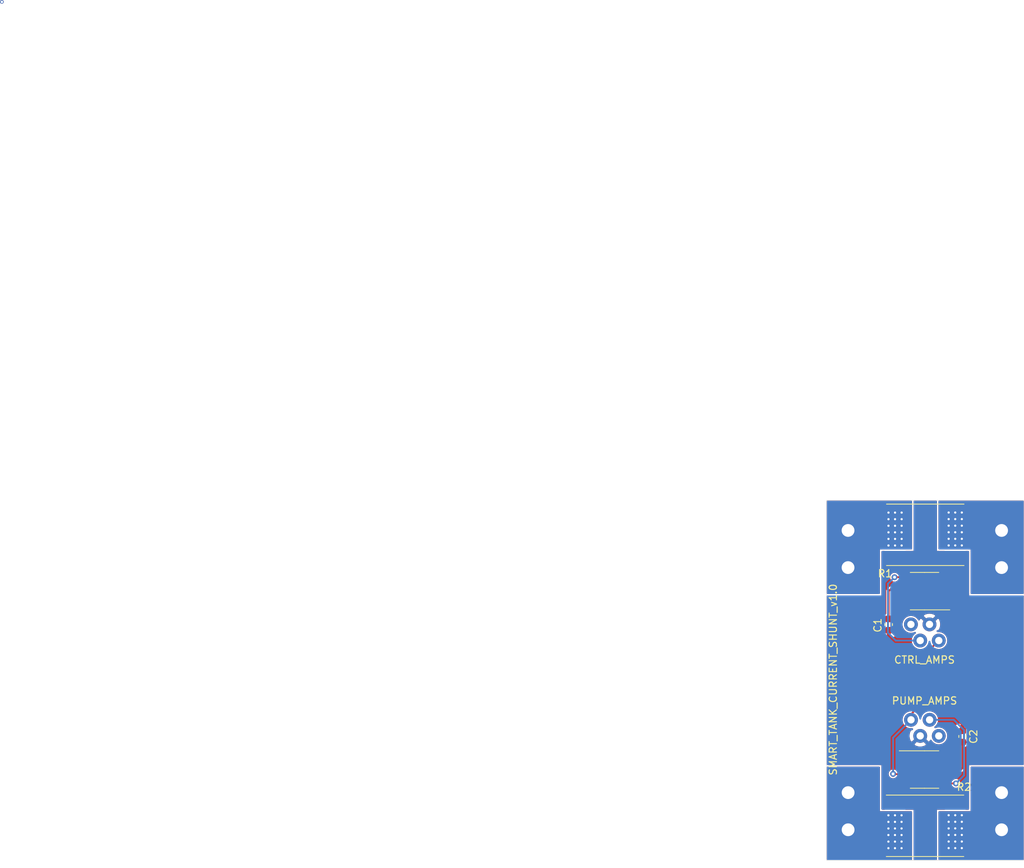
<source format=kicad_pcb>
(kicad_pcb (version 20211014) (generator pcbnew)
  (layers (0 "F.Cu" mixed) (1 "In1.Cu" mixed) (2 "In2.Cu" mixed) (3 "In3.Cu" mixed) (4 "In4.Cu" mixed) (31 "B.Cu" mixed) (34 "B.Paste" user) (35 "F.Paste" user) (36 "B.SilkS" user "B.Silkscreen") (37 "F.SilkS" user "F.Silkscreen") (38 "B.Mask" user) (39 "F.Mask" user) (44 "Edge.Cuts" user))
  (net 0 "")
  (net 1 "Net-(C1-Pad1)")
  (net 2 "Earth")
  (net 3 "Net-(C2-Pad1)")
  (net 4 "Net-(CTRL_AMPS1-Pad1)")
  (net 5 "Net-(CTRL_AMPS1-Pad4)")
  (net 6 "Net-(CTRL_AMPS1-Pad5)")
  (net 7 "Net-(CTRL_AMPS1-Pad8)")
  (net 8 "Net-(J1-Pad1)")
  (net 9 "Net-(J1-Pad2)")
  (net 10 "Net-(J1-Pad3)")
  (net 11 "Net-(J1-Pad8)")
  (net 12 "Net-(J1-Pad7)")
  (net 13 "Net-(J1-Pad9)")
  (net 14 "Net-(J1-Pad10)")
  (net 15 "Net-(PUMP_AMPS1-Pad8)")
  (net 16 "Net-(PUMP_AMPS1-Pad4)")
  (net 17 "Net-(PUMP_AMPS1-Pad1)")
  (footprint "Capacitor_SMD:C_0603_1608Metric" (layer "F.Cu") (at 131.4 100.475 90)
    (fp_text reference "C2" (at -0.025 1.5 90) (layer "F.SilkS"))
    (fp_text value "0.1uF")
    (fp_line (start -0.14058 -0.51) (end 0.14058 -0.51) (layer "F.SilkS") (width 0.12))
    (fp_line (start -0.14058 0.51) (end 0.14058 0.51) (layer "F.SilkS") (width 0.12))
    (pad "1" smd roundrect locked (at -0.775 0 90) (size 0.9 0.95) (layers "F.Cu" "F.Paste" "F.Mask") (net 3 "Net-(C2-Pad1)"))
    (pad "2" smd roundrect locked (at 0.775 0 90) (size 0.9 0.95) (layers "F.Cu" "F.Paste" "F.Mask") (net 2 "Earth"))
  )
  (footprint "Package_SO:SOIC-8_3.9x4.9mm_P1.27mm" (layer "F.Cu") (at 126.2 80.6 180)
    (fp_text reference "CTRL_AMPS" (at 0 -9.4) (layer "F.SilkS"))
    (fp_text value "CURRENT_AMP_(INA240A3)")
    (fp_line (start 0 2.56) (end 1.95 2.56) (layer "F.SilkS") (width 0.12))
    (fp_line (start 0 -2.56) (end 1.95 -2.56) (layer "F.SilkS") (width 0.12))
    (fp_line (start 0 2.56) (end -1.95 2.56) (layer "F.SilkS") (width 0.12))
    (fp_line (start 0 -2.56) (end -3.45 -2.56) (layer "F.SilkS") (width 0.12))
    (pad "1" smd roundrect locked (at -2.475 -1.905 180) (size 1.95 0.6) (layers "F.Cu" "F.Paste" "F.Mask") (net 4 "Net-(CTRL_AMPS1-Pad1)"))
    (pad "2" smd roundrect locked (at -2.475 -0.635 180) (size 1.95 0.6) (layers "F.Cu" "F.Paste" "F.Mask") (net 2 "Earth"))
    (pad "3" smd roundrect locked (at -2.475 0.635 180) (size 1.95 0.6) (layers "F.Cu" "F.Paste" "F.Mask") (net 2 "Earth"))
    (pad "4" smd roundrect locked (at -2.475 1.905 180) (size 1.95 0.6) (layers "F.Cu" "F.Paste" "F.Mask") (net 5 "Net-(CTRL_AMPS1-Pad4)"))
    (pad "5" smd roundrect locked (at 2.475 1.905 180) (size 1.95 0.6) (layers "F.Cu" "F.Paste" "F.Mask") (net 6 "Net-(CTRL_AMPS1-Pad5)"))
    (pad "6" smd roundrect locked (at 2.475 0.635 180) (size 1.95 0.6) (layers "F.Cu" "F.Paste" "F.Mask") (net 1 "Net-(C1-Pad1)"))
    (pad "7" smd roundrect locked (at 2.475 -0.635 180) (size 1.95 0.6) (layers "F.Cu" "F.Paste" "F.Mask") (net 2 "Earth"))
    (pad "8" smd roundrect locked (at 2.475 -1.905 180) (size 1.95 0.6) (layers "F.Cu" "F.Paste" "F.Mask") (net 7 "Net-(CTRL_AMPS1-Pad8)"))
  )
  (footprint "Package_SO:SOIC-8_3.9x4.9mm_P1.27mm" (layer "F.Cu") (at 126.2 105)
    (fp_text reference "PUMP_AMPS" (at 0 -9.4 180) (layer "F.SilkS"))
    (fp_text value "CURRENT_AMP_(INA240A3)")
    (fp_line (start 0 2.56) (end 1.95 2.56) (layer "F.SilkS") (width 0.12))
    (fp_line (start 0 2.56) (end -1.95 2.56) (layer "F.SilkS") (width 0.12))
    (fp_line (start 0 -2.56) (end -3.45 -2.56) (layer "F.SilkS") (width 0.12))
    (fp_line (start 0 -2.56) (end 1.95 -2.56) (layer "F.SilkS") (width 0.12))
    (pad "1" smd roundrect locked (at -2.475 -1.905) (size 1.95 0.6) (layers "F.Cu" "F.Paste" "F.Mask") (net 17 "Net-(PUMP_AMPS1-Pad1)"))
    (pad "2" smd roundrect locked (at -2.475 -0.635) (size 1.95 0.6) (layers "F.Cu" "F.Paste" "F.Mask") (net 2 "Earth"))
    (pad "3" smd roundrect locked (at -2.475 0.635) (size 1.95 0.6) (layers "F.Cu" "F.Paste" "F.Mask") (net 3 "Net-(C2-Pad1)"))
    (pad "4" smd roundrect locked (at -2.475 1.905) (size 1.95 0.6) (layers "F.Cu" "F.Paste" "F.Mask") (net 16 "Net-(PUMP_AMPS1-Pad4)"))
    (pad "5" smd roundrect locked (at 2.475 1.905) (size 1.95 0.6) (layers "F.Cu" "F.Paste" "F.Mask") (net 14 "Net-(J1-Pad10)"))
    (pad "6" smd roundrect locked (at 2.475 0.635) (size 1.95 0.6) (layers "F.Cu" "F.Paste" "F.Mask") (net 3 "Net-(C2-Pad1)"))
    (pad "7" smd roundrect locked (at 2.475 -0.635) (size 1.95 0.6) (layers "F.Cu" "F.Paste" "F.Mask") (net 2 "Earth"))
    (pad "8" smd roundrect locked (at 2.475 -1.905) (size 1.95 0.6) (layers "F.Cu" "F.Paste" "F.Mask") (net 15 "Net-(PUMP_AMPS1-Pad8)"))
  )
  (footprint "_GARRETTS_PARTS:SHUNT_(WSL40261L000FEA)" (layer "F.Cu") (at 128.4 67.4 180)
    (fp_text reference "R1" (at 7.6 -10.8) (layer "F.SilkS"))
    (fp_text value "SHUNT_(WSL40261L000FEA)" hide)
    (fp_line (start -3.2 -9.7) (end 7.4 -9.7) (layer "F.SilkS") (width 0.12))
    (fp_line (start -3.2 -1.3) (end 7.4 -1.3) (layer "F.SilkS") (width 0.12))
    (pad "1" smd rect locked (at -2 -4.7 270) (size 5.2 2.44) (layers "F.Cu" "F.Paste" "F.Mask") (net 9 "Net-(J1-Pad2)"))
    (pad "2" smd rect locked (at -2 -8.4735 270) (size 0.89 2.44) (layers "F.Cu" "F.Paste" "F.Mask") (net 4 "Net-(CTRL_AMPS1-Pad1)"))
    (pad "3" smd rect locked (at 6.23 -8.4735 270) (size 0.89 2.44) (layers "F.Cu" "F.Paste" "F.Mask") (net 7 "Net-(CTRL_AMPS1-Pad8)"))
    (pad "4" smd rect locked (at 6.23 -4.7 270) (size 5.2 2.44) (layers "F.Cu" "F.Paste" "F.Mask") (net 8 "Net-(J1-Pad1)"))
  )
  (footprint "_GARRETTS_PARTS:SHUNT_(WSL40261L000FEA)" (layer "F.Cu") (at 124.17 118.2)
    (fp_text reference "R2" (at 7.43 -10.8) (layer "F.SilkS"))
    (fp_text value "SHUNT_(WSL40261L000FEA)" hide)
    (fp_line (start -3.2 -9.7) (end 7.4 -9.7) (layer "F.SilkS") (width 0.12))
    (fp_line (start -3.2 -1.3) (end 7.4 -1.3) (layer "F.SilkS") (width 0.12))
    (pad "1" smd rect locked (at -2 -4.7 90) (size 5.2 2.44) (layers "F.Cu" "F.Paste" "F.Mask") (net 11 "Net-(J1-Pad8)"))
    (pad "2" smd rect locked (at -2 -8.4735 90) (size 0.89 2.44) (layers "F.Cu" "F.Paste" "F.Mask") (net 17 "Net-(PUMP_AMPS1-Pad1)"))
    (pad "3" smd rect locked (at 6.23 -8.4735 90) (size 0.89 2.44) (layers "F.Cu" "F.Paste" "F.Mask") (net 15 "Net-(PUMP_AMPS1-Pad8)"))
    (pad "4" smd rect locked (at 6.23 -4.7 90) (size 5.2 2.44) (layers "F.Cu" "F.Paste" "F.Mask") (net 12 "Net-(J1-Pad7)"))
  )
  (footprint "_GARRETTS_PARTS:VIA_0.3mm" (layer "F.Cu") (at 0 0)
    (fp_text reference "REF**" hide)
    (fp_text value "VIA_0.3mm" hide)
    (pad "1" thru_hole circle locked (at 0 0) (size 0.5 0.5) (drill 0.3) (layers *.Cu *.Mask))
  )
  (footprint "_GARRETTS_PARTS:VIA_0.3mm" (layer "F.Cu") (at 129.5 111.25)
    (fp_text reference "REF**" hide)
    (fp_text value "VIA_0.3mm" hide)
    (pad "1" thru_hole circle locked (at 0 0) (size 0.5 0.5) (drill 0.3) (layers *.Cu *.Mask) (net 12 "Net-(J1-Pad7)"))
  )
  (footprint "_GARRETTS_PARTS:VIA_0.3mm" (layer "F.Cu") (at 121.27 69.86)
    (fp_text reference "REF**" hide)
    (fp_text value "VIA_0.3mm" hide)
    (pad "1" thru_hole circle locked (at 0 0) (size 0.5 0.5) (drill 0.3) (layers *.Cu *.Mask) (net 8 "Net-(J1-Pad1)"))
  )
  (footprint "_GARRETTS_PARTS:VIA_0.3mm" (layer "F.Cu") (at 129.5 69.85)
    (fp_text reference "REF**" hide)
    (fp_text value "VIA_0.3mm" hide)
    (pad "1" thru_hole circle locked (at 0 0) (size 0.5 0.5) (drill 0.3) (layers *.Cu *.Mask) (net 9 "Net-(J1-Pad2)"))
  )
  (footprint "_GARRETTS_PARTS:VIA_0.3mm" (layer "F.Cu") (at 121.26 111.26)
    (fp_text reference "REF**" hide)
    (fp_text value "VIA_0.3mm" hide)
    (pad "1" thru_hole circle locked (at 0 0) (size 0.5 0.5) (drill 0.3) (layers *.Cu *.Mask) (net 11 "Net-(J1-Pad8)"))
  )
  (footprint "_GARRETTS_PARTS:VIA_0.3mm" (layer "F.Cu") (at 122.17 69.86)
    (fp_text reference "REF**" hide)
    (fp_text value "VIA_0.3mm" hide)
    (pad "1" thru_hole circle locked (at 0 0) (size 0.5 0.5) (drill 0.3) (layers *.Cu *.Mask) (net 8 "Net-(J1-Pad1)"))
  )
  (footprint "_GARRETTS_PARTS:VIA_0.3mm" (layer "F.Cu") (at 123.07 69.86)
    (fp_text reference "REF**" hide)
    (fp_text value "VIA_0.3mm" hide)
    (pad "1" thru_hole circle locked (at 0 0) (size 0.5 0.5) (drill 0.3) (layers *.Cu *.Mask) (net 8 "Net-(J1-Pad1)"))
  )
  (footprint "_GARRETTS_PARTS:VIA_0.3mm" (layer "F.Cu") (at 121.27 70.76)
    (fp_text reference "REF**" hide)
    (fp_text value "VIA_0.3mm" hide)
    (pad "1" thru_hole circle locked (at 0 0) (size 0.5 0.5) (drill 0.3) (layers *.Cu *.Mask) (net 8 "Net-(J1-Pad1)"))
  )
  (footprint "_GARRETTS_PARTS:VIA_0.3mm" (layer "F.Cu") (at 122.17 70.76)
    (fp_text reference "REF**" hide)
    (fp_text value "VIA_0.3mm" hide)
    (pad "1" thru_hole circle locked (at 0 0) (size 0.5 0.5) (drill 0.3) (layers *.Cu *.Mask) (net 8 "Net-(J1-Pad1)"))
  )
  (footprint "_GARRETTS_PARTS:VIA_0.3mm" (layer "F.Cu") (at 123.07 70.76)
    (fp_text reference "REF**" hide)
    (fp_text value "VIA_0.3mm" hide)
    (pad "1" thru_hole circle locked (at 0 0) (size 0.5 0.5) (drill 0.3) (layers *.Cu *.Mask) (net 8 "Net-(J1-Pad1)"))
  )
  (footprint "_GARRETTS_PARTS:VIA_0.3mm" (layer "F.Cu") (at 121.27 71.66)
    (fp_text reference "REF**" hide)
    (fp_text value "VIA_0.3mm" hide)
    (pad "1" thru_hole circle locked (at 0 0) (size 0.5 0.5) (drill 0.3) (layers *.Cu *.Mask) (net 8 "Net-(J1-Pad1)"))
  )
  (footprint "_GARRETTS_PARTS:VIA_0.3mm" (layer "F.Cu") (at 122.17 71.66)
    (fp_text reference "REF**" hide)
    (fp_text value "VIA_0.3mm" hide)
    (pad "1" thru_hole circle locked (at 0 0) (size 0.5 0.5) (drill 0.3) (layers *.Cu *.Mask) (net 8 "Net-(J1-Pad1)"))
  )
  (footprint "_GARRETTS_PARTS:VIA_0.3mm" (layer "F.Cu") (at 123.07 71.66)
    (fp_text reference "REF**" hide)
    (fp_text value "VIA_0.3mm" hide)
    (pad "1" thru_hole circle locked (at 0 0) (size 0.5 0.5) (drill 0.3) (layers *.Cu *.Mask) (net 8 "Net-(J1-Pad1)"))
  )
  (footprint "_GARRETTS_PARTS:VIA_0.3mm" (layer "F.Cu") (at 121.27 72.56)
    (fp_text reference "REF**" hide)
    (fp_text value "VIA_0.3mm" hide)
    (pad "1" thru_hole circle locked (at 0 0) (size 0.5 0.5) (drill 0.3) (layers *.Cu *.Mask) (net 8 "Net-(J1-Pad1)"))
  )
  (footprint "_GARRETTS_PARTS:VIA_0.3mm" (layer "F.Cu") (at 122.17 72.56)
    (fp_text reference "REF**" hide)
    (fp_text value "VIA_0.3mm" hide)
    (pad "1" thru_hole circle locked (at 0 0) (size 0.5 0.5) (drill 0.3) (layers *.Cu *.Mask) (net 8 "Net-(J1-Pad1)"))
  )
  (footprint "_GARRETTS_PARTS:VIA_0.3mm" (layer "F.Cu") (at 123.07 72.56)
    (fp_text reference "REF**" hide)
    (fp_text value "VIA_0.3mm" hide)
    (pad "1" thru_hole circle locked (at 0 0) (size 0.5 0.5) (drill 0.3) (layers *.Cu *.Mask) (net 8 "Net-(J1-Pad1)"))
  )
  (footprint "_GARRETTS_PARTS:VIA_0.3mm" (layer "F.Cu") (at 121.27 73.46)
    (fp_text reference "REF**" hide)
    (fp_text value "VIA_0.3mm" hide)
    (pad "1" thru_hole circle locked (at 0 0) (size 0.5 0.5) (drill 0.3) (layers *.Cu *.Mask) (net 8 "Net-(J1-Pad1)"))
  )
  (footprint "_GARRETTS_PARTS:VIA_0.3mm" (layer "F.Cu") (at 122.17 73.46)
    (fp_text reference "REF**" hide)
    (fp_text value "VIA_0.3mm" hide)
    (pad "1" thru_hole circle locked (at 0 0) (size 0.5 0.5) (drill 0.3) (layers *.Cu *.Mask) (net 8 "Net-(J1-Pad1)"))
  )
  (footprint "_GARRETTS_PARTS:VIA_0.3mm" (layer "F.Cu") (at 123.07 73.46)
    (fp_text reference "REF**" hide)
    (fp_text value "VIA_0.3mm" hide)
    (pad "1" thru_hole circle locked (at 0 0) (size 0.5 0.5) (drill 0.3) (layers *.Cu *.Mask) (net 8 "Net-(J1-Pad1)"))
  )
  (footprint "_GARRETTS_PARTS:VIA_0.3mm" (layer "F.Cu") (at 121.27 74.36)
    (fp_text reference "REF**" hide)
    (fp_text value "VIA_0.3mm" hide)
    (pad "1" thru_hole circle locked (at 0 0) (size 0.5 0.5) (drill 0.3) (layers *.Cu *.Mask) (net 8 "Net-(J1-Pad1)"))
  )
  (footprint "_GARRETTS_PARTS:VIA_0.3mm" (layer "F.Cu") (at 122.17 74.36)
    (fp_text reference "REF**" hide)
    (fp_text value "VIA_0.3mm" hide)
    (pad "1" thru_hole circle locked (at 0 0) (size 0.5 0.5) (drill 0.3) (layers *.Cu *.Mask) (net 8 "Net-(J1-Pad1)"))
  )
  (footprint "_GARRETTS_PARTS:VIA_0.3mm" (layer "F.Cu") (at 123.07 74.36)
    (fp_text reference "REF**" hide)
    (fp_text value "VIA_0.3mm" hide)
    (pad "1" thru_hole circle locked (at 0 0) (size 0.5 0.5) (drill 0.3) (layers *.Cu *.Mask) (net 8 "Net-(J1-Pad1)"))
  )
  (footprint "_GARRETTS_PARTS:VIA_0.3mm" (layer "F.Cu") (at 130.4 69.85)
    (fp_text reference "REF**" hide)
    (fp_text value "VIA_0.3mm" hide)
    (pad "1" thru_hole circle locked (at 0 0) (size 0.5 0.5) (drill 0.3) (layers *.Cu *.Mask) (net 9 "Net-(J1-Pad2)"))
  )
  (footprint "_GARRETTS_PARTS:VIA_0.3mm" (layer "F.Cu") (at 131.3 69.85)
    (fp_text reference "REF**" hide)
    (fp_text value "VIA_0.3mm" hide)
    (pad "1" thru_hole circle locked (at 0 0) (size 0.5 0.5) (drill 0.3) (layers *.Cu *.Mask) (net 9 "Net-(J1-Pad2)"))
  )
  (footprint "_GARRETTS_PARTS:VIA_0.3mm" (layer "F.Cu") (at 129.5 70.75)
    (fp_text reference "REF**" hide)
    (fp_text value "VIA_0.3mm" hide)
    (pad "1" thru_hole circle locked (at 0 0) (size 0.5 0.5) (drill 0.3) (layers *.Cu *.Mask) (net 9 "Net-(J1-Pad2)"))
  )
  (footprint "_GARRETTS_PARTS:VIA_0.3mm" (layer "F.Cu") (at 130.4 70.75)
    (fp_text reference "REF**" hide)
    (fp_text value "VIA_0.3mm" hide)
    (pad "1" thru_hole circle locked (at 0 0) (size 0.5 0.5) (drill 0.3) (layers *.Cu *.Mask) (net 9 "Net-(J1-Pad2)"))
  )
  (footprint "_GARRETTS_PARTS:VIA_0.3mm" (layer "F.Cu") (at 131.3 70.75)
    (fp_text reference "REF**" hide)
    (fp_text value "VIA_0.3mm" hide)
    (pad "1" thru_hole circle locked (at 0 0) (size 0.5 0.5) (drill 0.3) (layers *.Cu *.Mask) (net 9 "Net-(J1-Pad2)"))
  )
  (footprint "_GARRETTS_PARTS:VIA_0.3mm" (layer "F.Cu") (at 129.5 71.65)
    (fp_text reference "REF**" hide)
    (fp_text value "VIA_0.3mm" hide)
    (pad "1" thru_hole circle locked (at 0 0) (size 0.5 0.5) (drill 0.3) (layers *.Cu *.Mask) (net 9 "Net-(J1-Pad2)"))
  )
  (footprint "_GARRETTS_PARTS:VIA_0.3mm" (layer "F.Cu") (at 130.4 71.65)
    (fp_text reference "REF**" hide)
    (fp_text value "VIA_0.3mm" hide)
    (pad "1" thru_hole circle locked (at 0 0) (size 0.5 0.5) (drill 0.3) (layers *.Cu *.Mask) (net 9 "Net-(J1-Pad2)"))
  )
  (footprint "_GARRETTS_PARTS:VIA_0.3mm" (layer "F.Cu") (at 131.3 71.65)
    (fp_text reference "REF**" hide)
    (fp_text value "VIA_0.3mm" hide)
    (pad "1" thru_hole circle locked (at 0 0) (size 0.5 0.5) (drill 0.3) (layers *.Cu *.Mask) (net 9 "Net-(J1-Pad2)"))
  )
  (footprint "_GARRETTS_PARTS:VIA_0.3mm" (layer "F.Cu") (at 129.5 72.55)
    (fp_text reference "REF**" hide)
    (fp_text value "VIA_0.3mm" hide)
    (pad "1" thru_hole circle locked (at 0 0) (size 0.5 0.5) (drill 0.3) (layers *.Cu *.Mask) (net 9 "Net-(J1-Pad2)"))
  )
  (footprint "_GARRETTS_PARTS:VIA_0.3mm" (layer "F.Cu") (at 130.4 72.55)
    (fp_text reference "REF**" hide)
    (fp_text value "VIA_0.3mm" hide)
    (pad "1" thru_hole circle locked (at 0 0) (size 0.5 0.5) (drill 0.3) (layers *.Cu *.Mask) (net 9 "Net-(J1-Pad2)"))
  )
  (footprint "_GARRETTS_PARTS:VIA_0.3mm" (layer "F.Cu") (at 131.3 72.55)
    (fp_text reference "REF**" hide)
    (fp_text value "VIA_0.3mm" hide)
    (pad "1" thru_hole circle locked (at 0 0) (size 0.5 0.5) (drill 0.3) (layers *.Cu *.Mask) (net 9 "Net-(J1-Pad2)"))
  )
  (footprint "_GARRETTS_PARTS:VIA_0.3mm" (layer "F.Cu") (at 129.5 73.45)
    (fp_text reference "REF**" hide)
    (fp_text value "VIA_0.3mm" hide)
    (pad "1" thru_hole circle locked (at 0 0) (size 0.5 0.5) (drill 0.3) (layers *.Cu *.Mask) (net 9 "Net-(J1-Pad2)"))
  )
  (footprint "_GARRETTS_PARTS:VIA_0.3mm" (layer "F.Cu") (at 130.4 73.45)
    (fp_text reference "REF**" hide)
    (fp_text value "VIA_0.3mm" hide)
    (pad "1" thru_hole circle locked (at 0 0) (size 0.5 0.5) (drill 0.3) (layers *.Cu *.Mask) (net 9 "Net-(J1-Pad2)"))
  )
  (footprint "_GARRETTS_PARTS:VIA_0.3mm" (layer "F.Cu") (at 131.3 73.45)
    (fp_text reference "REF**" hide)
    (fp_text value "VIA_0.3mm" hide)
    (pad "1" thru_hole circle locked (at 0 0) (size 0.5 0.5) (drill 0.3) (layers *.Cu *.Mask) (net 9 "Net-(J1-Pad2)"))
  )
  (footprint "_GARRETTS_PARTS:VIA_0.3mm" (layer "F.Cu") (at 129.5 74.35)
    (fp_text reference "REF**" hide)
    (fp_text value "VIA_0.3mm" hide)
    (pad "1" thru_hole circle locked (at 0 0) (size 0.5 0.5) (drill 0.3) (layers *.Cu *.Mask) (net 9 "Net-(J1-Pad2)"))
  )
  (footprint "_GARRETTS_PARTS:VIA_0.3mm" (layer "F.Cu") (at 130.4 74.35)
    (fp_text reference "REF**" hide)
    (fp_text value "VIA_0.3mm" hide)
    (pad "1" thru_hole circle locked (at 0 0) (size 0.5 0.5) (drill 0.3) (layers *.Cu *.Mask) (net 9 "Net-(J1-Pad2)"))
  )
  (footprint "_GARRETTS_PARTS:VIA_0.3mm" (layer "F.Cu") (at 131.3 74.35)
    (fp_text reference "REF**" hide)
    (fp_text value "VIA_0.3mm" hide)
    (pad "1" thru_hole circle locked (at 0 0) (size 0.5 0.5) (drill 0.3) (layers *.Cu *.Mask) (net 9 "Net-(J1-Pad2)"))
  )
  (footprint "_GARRETTS_PARTS:VIA_0.3mm" (layer "F.Cu") (at 130.4 111.25)
    (fp_text reference "REF**" hide)
    (fp_text value "VIA_0.3mm" hide)
    (pad "1" thru_hole circle locked (at 0 0) (size 0.5 0.5) (drill 0.3) (layers *.Cu *.Mask) (net 12 "Net-(J1-Pad7)"))
  )
  (footprint "_GARRETTS_PARTS:VIA_0.3mm" (layer "F.Cu") (at 131.3 111.25)
    (fp_text reference "REF**" hide)
    (fp_text value "VIA_0.3mm" hide)
    (pad "1" thru_hole circle locked (at 0 0) (size 0.5 0.5) (drill 0.3) (layers *.Cu *.Mask) (net 12 "Net-(J1-Pad7)"))
  )
  (footprint "_GARRETTS_PARTS:VIA_0.3mm" (layer "F.Cu") (at 129.5 112.15)
    (fp_text reference "REF**" hide)
    (fp_text value "VIA_0.3mm" hide)
    (pad "1" thru_hole circle locked (at 0 0) (size 0.5 0.5) (drill 0.3) (layers *.Cu *.Mask) (net 12 "Net-(J1-Pad7)"))
  )
  (footprint "_GARRETTS_PARTS:VIA_0.3mm" (layer "F.Cu") (at 130.4 112.15)
    (fp_text reference "REF**" hide)
    (fp_text value "VIA_0.3mm" hide)
    (pad "1" thru_hole circle locked (at 0 0) (size 0.5 0.5) (drill 0.3) (layers *.Cu *.Mask) (net 12 "Net-(J1-Pad7)"))
  )
  (footprint "_GARRETTS_PARTS:VIA_0.3mm" (layer "F.Cu") (at 131.3 112.15)
    (fp_text reference "REF**" hide)
    (fp_text value "VIA_0.3mm" hide)
    (pad "1" thru_hole circle locked (at 0 0) (size 0.5 0.5) (drill 0.3) (layers *.Cu *.Mask) (net 12 "Net-(J1-Pad7)"))
  )
  (footprint "_GARRETTS_PARTS:VIA_0.3mm" (layer "F.Cu") (at 129.5 113.05)
    (fp_text reference "REF**" hide)
    (fp_text value "VIA_0.3mm" hide)
    (pad "1" thru_hole circle locked (at 0 0) (size 0.5 0.5) (drill 0.3) (layers *.Cu *.Mask) (net 12 "Net-(J1-Pad7)"))
  )
  (footprint "_GARRETTS_PARTS:VIA_0.3mm" (layer "F.Cu") (at 130.4 113.05)
    (fp_text reference "REF**" hide)
    (fp_text value "VIA_0.3mm" hide)
    (pad "1" thru_hole circle locked (at 0 0) (size 0.5 0.5) (drill 0.3) (layers *.Cu *.Mask) (net 12 "Net-(J1-Pad7)"))
  )
  (footprint "_GARRETTS_PARTS:VIA_0.3mm" (layer "F.Cu") (at 131.3 113.05)
    (fp_text reference "REF**" hide)
    (fp_text value "VIA_0.3mm" hide)
    (pad "1" thru_hole circle locked (at 0 0) (size 0.5 0.5) (drill 0.3) (layers *.Cu *.Mask) (net 12 "Net-(J1-Pad7)"))
  )
  (footprint "_GARRETTS_PARTS:VIA_0.3mm" (layer "F.Cu") (at 129.5 113.95)
    (fp_text reference "REF**" hide)
    (fp_text value "VIA_0.3mm" hide)
    (pad "1" thru_hole circle locked (at 0 0) (size 0.5 0.5) (drill 0.3) (layers *.Cu *.Mask) (net 12 "Net-(J1-Pad7)"))
  )
  (footprint "_GARRETTS_PARTS:VIA_0.3mm" (layer "F.Cu") (at 130.4 113.95)
    (fp_text reference "REF**" hide)
    (fp_text value "VIA_0.3mm" hide)
    (pad "1" thru_hole circle locked (at 0 0) (size 0.5 0.5) (drill 0.3) (layers *.Cu *.Mask) (net 12 "Net-(J1-Pad7)"))
  )
  (footprint "_GARRETTS_PARTS:VIA_0.3mm" (layer "F.Cu") (at 131.3 113.95)
    (fp_text reference "REF**" hide)
    (fp_text value "VIA_0.3mm" hide)
    (pad "1" thru_hole circle locked (at 0 0) (size 0.5 0.5) (drill 0.3) (layers *.Cu *.Mask) (net 12 "Net-(J1-Pad7)"))
  )
  (footprint "_GARRETTS_PARTS:VIA_0.3mm" (layer "F.Cu") (at 129.5 114.85)
    (fp_text reference "REF**" hide)
    (fp_text value "VIA_0.3mm" hide)
    (pad "1" thru_hole circle locked (at 0 0) (size 0.5 0.5) (drill 0.3) (layers *.Cu *.Mask) (net 12 "Net-(J1-Pad7)"))
  )
  (footprint "_GARRETTS_PARTS:VIA_0.3mm" (layer "F.Cu") (at 130.4 114.85)
    (fp_text reference "REF**" hide)
    (fp_text value "VIA_0.3mm" hide)
    (pad "1" thru_hole circle locked (at 0 0) (size 0.5 0.5) (drill 0.3) (layers *.Cu *.Mask) (net 12 "Net-(J1-Pad7)"))
  )
  (footprint "_GARRETTS_PARTS:VIA_0.3mm" (layer "F.Cu") (at 131.3 114.85)
    (fp_text reference "REF**" hide)
    (fp_text value "VIA_0.3mm" hide)
    (pad "1" thru_hole circle locked (at 0 0) (size 0.5 0.5) (drill 0.3) (layers *.Cu *.Mask) (net 12 "Net-(J1-Pad7)"))
  )
  (footprint "_GARRETTS_PARTS:VIA_0.3mm" (layer "F.Cu") (at 129.5 115.75)
    (fp_text reference "REF**" hide)
    (fp_text value "VIA_0.3mm" hide)
    (pad "1" thru_hole circle locked (at 0 0) (size 0.5 0.5) (drill 0.3) (layers *.Cu *.Mask) (net 12 "Net-(J1-Pad7)"))
  )
  (footprint "_GARRETTS_PARTS:VIA_0.3mm" (layer "F.Cu") (at 130.4 115.75)
    (fp_text reference "REF**" hide)
    (fp_text value "VIA_0.3mm" hide)
    (pad "1" thru_hole circle locked (at 0 0) (size 0.5 0.5) (drill 0.3) (layers *.Cu *.Mask) (net 12 "Net-(J1-Pad7)"))
  )
  (footprint "_GARRETTS_PARTS:VIA_0.3mm" (layer "F.Cu") (at 131.3 115.75)
    (fp_text reference "REF**" hide)
    (fp_text value "VIA_0.3mm" hide)
    (pad "1" thru_hole circle locked (at 0 0) (size 0.5 0.5) (drill 0.3) (layers *.Cu *.Mask) (net 12 "Net-(J1-Pad7)"))
  )
  (footprint "_GARRETTS_PARTS:VIA_0.3mm" (layer "F.Cu") (at 122.16 111.26)
    (fp_text reference "REF**" hide)
    (fp_text value "VIA_0.3mm" hide)
    (pad "1" thru_hole circle locked (at 0 0) (size 0.5 0.5) (drill 0.3) (layers *.Cu *.Mask) (net 11 "Net-(J1-Pad8)"))
  )
  (footprint "_GARRETTS_PARTS:VIA_0.3mm" (layer "F.Cu") (at 123.06 111.26)
    (fp_text reference "REF**" hide)
    (fp_text value "VIA_0.3mm" hide)
    (pad "1" thru_hole circle locked (at 0 0) (size 0.5 0.5) (drill 0.3) (layers *.Cu *.Mask) (net 11 "Net-(J1-Pad8)"))
  )
  (footprint "_GARRETTS_PARTS:VIA_0.3mm" (layer "F.Cu") (at 121.26 112.16)
    (fp_text reference "REF**" hide)
    (fp_text value "VIA_0.3mm" hide)
    (pad "1" thru_hole circle locked (at 0 0) (size 0.5 0.5) (drill 0.3) (layers *.Cu *.Mask) (net 11 "Net-(J1-Pad8)"))
  )
  (footprint "_GARRETTS_PARTS:VIA_0.3mm" (layer "F.Cu") (at 122.16 112.16)
    (fp_text reference "REF**" hide)
    (fp_text value "VIA_0.3mm" hide)
    (pad "1" thru_hole circle locked (at 0 0) (size 0.5 0.5) (drill 0.3) (layers *.Cu *.Mask) (net 11 "Net-(J1-Pad8)"))
  )
  (footprint "_GARRETTS_PARTS:VIA_0.3mm" (layer "F.Cu") (at 123.06 112.16)
    (fp_text reference "REF**" hide)
    (fp_text value "VIA_0.3mm" hide)
    (pad "1" thru_hole circle locked (at 0 0) (size 0.5 0.5) (drill 0.3) (layers *.Cu *.Mask) (net 11 "Net-(J1-Pad8)"))
  )
  (footprint "_GARRETTS_PARTS:VIA_0.3mm" (layer "F.Cu") (at 121.26 113.06)
    (fp_text reference "REF**" hide)
    (fp_text value "VIA_0.3mm" hide)
    (pad "1" thru_hole circle locked (at 0 0) (size 0.5 0.5) (drill 0.3) (layers *.Cu *.Mask) (net 11 "Net-(J1-Pad8)"))
  )
  (footprint "_GARRETTS_PARTS:VIA_0.3mm" (layer "F.Cu") (at 122.16 113.06)
    (fp_text reference "REF**" hide)
    (fp_text value "VIA_0.3mm" hide)
    (pad "1" thru_hole circle locked (at 0 0) (size 0.5 0.5) (drill 0.3) (layers *.Cu *.Mask) (net 11 "Net-(J1-Pad8)"))
  )
  (footprint "_GARRETTS_PARTS:VIA_0.3mm" (layer "F.Cu") (at 123.06 113.06)
    (fp_text reference "REF**" hide)
    (fp_text value "VIA_0.3mm" hide)
    (pad "1" thru_hole circle locked (at 0 0) (size 0.5 0.5) (drill 0.3) (layers *.Cu *.Mask) (net 11 "Net-(J1-Pad8)"))
  )
  (footprint "_GARRETTS_PARTS:VIA_0.3mm" (layer "F.Cu") (at 121.26 113.96)
    (fp_text reference "REF**" hide)
    (fp_text value "VIA_0.3mm" hide)
    (pad "1" thru_hole circle locked (at 0 0) (size 0.5 0.5) (drill 0.3) (layers *.Cu *.Mask) (net 11 "Net-(J1-Pad8)"))
  )
  (footprint "_GARRETTS_PARTS:VIA_0.3mm" (layer "F.Cu") (at 122.16 113.96)
    (fp_text reference "REF**" hide)
    (fp_text value "VIA_0.3mm" hide)
    (pad "1" thru_hole circle locked (at 0 0) (size 0.5 0.5) (drill 0.3) (layers *.Cu *.Mask) (net 11 "Net-(J1-Pad8)"))
  )
  (footprint "_GARRETTS_PARTS:VIA_0.3mm" (layer "F.Cu") (at 123.06 113.96)
    (fp_text reference "REF**" hide)
    (fp_text value "VIA_0.3mm" hide)
    (pad "1" thru_hole circle locked (at 0 0) (size 0.5 0.5) (drill 0.3) (layers *.Cu *.Mask) (net 11 "Net-(J1-Pad8)"))
  )
  (footprint "_GARRETTS_PARTS:VIA_0.3mm" (layer "F.Cu") (at 121.26 114.86)
    (fp_text reference "REF**" hide)
    (fp_text value "VIA_0.3mm" hide)
    (pad "1" thru_hole circle locked (at 0 0) (size 0.5 0.5) (drill 0.3) (layers *.Cu *.Mask) (net 11 "Net-(J1-Pad8)"))
  )
  (footprint "_GARRETTS_PARTS:VIA_0.3mm" (layer "F.Cu") (at 122.16 114.86)
    (fp_text reference "REF**" hide)
    (fp_text value "VIA_0.3mm" hide)
    (pad "1" thru_hole circle locked (at 0 0) (size 0.5 0.5) (drill 0.3) (layers *.Cu *.Mask) (net 11 "Net-(J1-Pad8)"))
  )
  (footprint "_GARRETTS_PARTS:VIA_0.3mm" (layer "F.Cu") (at 123.06 114.86)
    (fp_text reference "REF**" hide)
    (fp_text value "VIA_0.3mm" hide)
    (pad "1" thru_hole circle locked (at 0 0) (size 0.5 0.5) (drill 0.3) (layers *.Cu *.Mask) (net 11 "Net-(J1-Pad8)"))
  )
  (footprint "_GARRETTS_PARTS:VIA_0.3mm" (layer "F.Cu") (at 121.26 115.76)
    (fp_text reference "REF**" hide)
    (fp_text value "VIA_0.3mm" hide)
    (pad "1" thru_hole circle locked (at 0 0) (size 0.5 0.5) (drill 0.3) (layers *.Cu *.Mask) (net 11 "Net-(J1-Pad8)"))
  )
  (footprint "_GARRETTS_PARTS:VIA_0.3mm" (layer "F.Cu") (at 122.16 115.76)
    (fp_text reference "REF**" hide)
    (fp_text value "VIA_0.3mm" hide)
    (pad "1" thru_hole circle locked (at 0 0) (size 0.5 0.5) (drill 0.3) (layers *.Cu *.Mask) (net 11 "Net-(J1-Pad8)"))
  )
  (footprint "_GARRETTS_PARTS:VIA_0.3mm" (layer "F.Cu") (at 123.06 115.76)
    (fp_text reference "REF**" hide)
    (fp_text value "VIA_0.3mm" hide)
    (pad "1" thru_hole circle locked (at 0 0) (size 0.5 0.5) (drill 0.3) (layers *.Cu *.Mask) (net 11 "Net-(J1-Pad8)"))
  )
  (footprint "Capacitor_SMD:C_0603_1608Metric" (layer "F.Cu") (at 121.3 85.175 -90)
    (fp_text reference "C1" (at 0.1 1.5 90) (layer "F.SilkS"))
    (fp_text value "0.1uF")
    (fp_line (start -0.14058 -0.51) (end 0.14058 -0.51) (layer "F.SilkS") (width 0.12))
    (fp_line (start -0.14058 0.51) (end 0.14058 0.51) (layer "F.SilkS") (width 0.12))
    (pad "1" smd roundrect locked (at -0.775 0 270) (size 0.9 0.95) (layers "F.Cu" "F.Paste" "F.Mask") (net 1 "Net-(C1-Pad1)"))
    (pad "2" smd roundrect locked (at 0.775 0 270) (size 0.9 0.95) (layers "F.Cu" "F.Paste" "F.Mask") (net 2 "Earth"))
  )
  (footprint "_GARRETTS_PARTS:SMART_TANK_SHUNT_INTERFACE" (layer "F.Cu") (at 126.17 117.37)
    (fp_text reference "J1" hide)
    (fp_text value "CURRENT_SHUNT_INTERFACE" hide)
    (pad "1" thru_hole circle locked (at -10.43 -39.98923) (size 3.1 3.1) (drill 1.75) (layers *.Cu *.Mask) (net 8 "Net-(J1-Pad1)"))
    (pad "1" thru_hole circle locked (at -10.43 -45.06923) (size 3.1 3.1) (drill 1.75) (layers *.Cu *.Mask) (net 8 "Net-(J1-Pad1)"))
    (pad "2" thru_hole circle locked (at 10.57 -39.98923) (size 3.099999 3.099999) (drill 1.75) (layers *.Cu *.Mask) (net 9 "Net-(J1-Pad2)"))
    (pad "2" thru_hole circle locked (at 10.57 -45.06923) (size 3.099999 3.099999) (drill 1.75) (layers *.Cu *.Mask) (net 9 "Net-(J1-Pad2)"))
    (pad "3" thru_hole circle locked (at -1.83 -32.22) (size 1.9 1.9) (drill 1) (layers *.Cu *.Mask) (net 10 "Net-(J1-Pad3)"))
    (pad "4" thru_hole circle locked (at -0.56 -30.01) (size 1.9 1.9) (drill 1) (layers *.Cu *.Mask) (net 6 "Net-(CTRL_AMPS1-Pad5)"))
    (pad "5" thru_hole circle locked (at 0.71 -32.22) (size 1.9 1.9) (drill 1) (layers *.Cu *.Mask) (net 2 "Earth"))
    (pad "6" thru_hole circle locked (at 1.98 -30.01) (size 1.9 1.9) (drill 1) (layers *.Cu *.Mask) (net 1 "Net-(C1-Pad1)"))
    (pad "7" thru_hole circle locked (at 10.57 -4.12923) (size 3.099999 3.099999) (drill 1.75) (layers *.Cu *.Mask) (net 12 "Net-(J1-Pad7)"))
    (pad "7" thru_hole circle locked (at 10.57 -9.20923) (size 3.099999 3.099999) (drill 1.75) (layers *.Cu *.Mask) (net 12 "Net-(J1-Pad7)"))
    (pad "8" thru_hole circle locked (at -10.42 -9.20923) (size 3.099999 3.099999) (drill 1.75) (layers *.Cu *.Mask) (net 11 "Net-(J1-Pad8)"))
    (pad "8" thru_hole circle locked (at -10.42 -4.12923) (size 3.099999 3.099999) (drill 1.75) (layers *.Cu *.Mask) (net 11 "Net-(J1-Pad8)"))
    (pad "9" thru_hole circle locked (at 1.98 -16.97) (size 1.9 1.9) (drill 1) (layers *.Cu *.Mask) (net 13 "Net-(J1-Pad9)"))
    (pad "10" thru_hole circle locked (at 0.722132 -19.17) (size 1.9 1.9) (drill 1) (layers *.Cu *.Mask) (net 14 "Net-(J1-Pad10)"))
    (pad "11" thru_hole circle locked (at -0.56 -16.97) (size 1.9 1.9) (drill 1) (layers *.Cu *.Mask) (net 2 "Earth"))
    (pad "12" thru_hole circle locked (at -1.817868 -19.17) (size 1.9 1.9) (drill 1) (layers *.Cu *.Mask) (net 3 "Net-(C2-Pad1)"))
  )
  (gr_line (start 112.8 117.4) (end 139.8 117.4) (layer "Edge.Cuts") (width 0.05))
  (gr_line (start 139.8 68.2) (end 139.8 117.4) (layer "Edge.Cuts") (width 0.05))
  (gr_line (start 112.8 68.2) (end 139.8 68.2) (layer "Edge.Cuts") (width 0.05))
  (gr_line (start 112.8 68.2) (end 112.8 117.4) (layer "Edge.Cuts") (width 0.05))
  (gr_text "SMART_TANK_CURRENT_SHUNT_v1.0" (at 113.7 92.7 90) (layer "F.SilkS") (effects (font (size 1 1))))
  (segment (start 121.3 84) (end 121.3 80.6) (width 0.25) (layer "F.Cu") (net 1))
  (segment (start 120.3 84.4) (end 121.3 84.4) (width 0.25) (layer "F.Cu") (net 1))
  (segment (start 119.9 87.7) (end 119.9 84.8) (width 0.25) (layer "F.Cu") (net 1))
  (segment (start 121.935 79.965) (end 123.725 79.965) (width 0.25) (layer "F.Cu") (net 1))
  (segment (start 128.15 87.36) (end 126.51 89) (width 0.25) (layer "F.Cu") (net 1))
  (segment (start 121.3 80.6) (end 121.935 79.965) (width 0.25) (layer "F.Cu") (net 1))
  (segment (start 126.51 89) (end 121.2 89) (width 0.25) (layer "F.Cu") (net 1))
  (segment (start 119.9 84.8) (end 120.3 84.4) (width 0.25) (layer "F.Cu") (net 1))
  (segment (start 121.2 89) (end 119.9 87.7) (width 0.25) (layer "F.Cu") (net 1))
  (segment (start 131.4 104.8) (end 131.4 101.25) (width 0.25) (layer "F.Cu") (net 3))
  (segment (start 125.3 96.5) (end 131.2 96.5) (width 0.25) (layer "F.Cu") (net 3))
  (segment (start 132.05 101.25) (end 131.4 101.25) (width 0.25) (layer "F.Cu") (net 3))
  (segment (start 124.352132 98.2) (end 124.352132 97.447868) (width 0.25) (layer "F.Cu") (net 3))
  (segment (start 128.675 105.635) (end 130.565 105.635) (width 0.25) (layer "F.Cu") (net 3))
  (segment (start 132.7 100.6) (end 132.05 101.25) (width 0.25) (layer "F.Cu") (net 3))
  (segment (start 131.2 96.5) (end 132.7 98) (width 0.25) (layer "F.Cu") (net 3))
  (segment (start 124.352132 97.447868) (end 125.3 96.5) (width 0.25) (layer "F.Cu") (net 3))
  (segment (start 130.565 105.635) (end 131.4 104.8) (width 0.25) (layer "F.Cu") (net 3))
  (segment (start 132.7 98) (end 132.7 100.6) (width 0.25) (layer "F.Cu") (net 3))
  (segment (start 121.935 105.635) (end 121.9 105.6) (width 0.25) (layer "F.Cu") (net 3))
  (segment (start 123.725 105.635) (end 121.935 105.635) (width 0.25) (layer "F.Cu") (net 3))
  (via (at 121.9 105.6) (size 0.8) (drill 0.4) (layers "F.Cu" "B.Cu") (net 3))
  (segment (start 121.9 100.652132) (end 124.352132 98.2) (width 0.25) (layer "B.Cu") (net 3))
  (segment (start 121.9 105.6) (end 121.9 100.652132) (width 0.25) (layer "B.Cu") (net 3))
  (segment (start 126.8 81.8) (end 127.505 82.505) (width 0.25) (layer "F.Cu") (net 4))
  (segment (start 129.1765 75.8735) (end 126.8 78.25) (width 0.25) (layer "F.Cu") (net 4))
  (segment (start 126.8 78.25) (end 126.8 81.8) (width 0.25) (layer "F.Cu") (net 4))
  (segment (start 127.505 82.505) (end 128.675 82.505) (width 0.25) (layer "F.Cu") (net 4))
  (segment (start 130.4 75.8735) (end 129.1765 75.8735) (width 0.25) (layer "F.Cu") (net 4))
  (segment (start 122.105 78.695) (end 122.1 78.7) (width 0.25) (layer "F.Cu") (net 6))
  (segment (start 123.725 78.695) (end 122.105 78.695) (width 0.25) (layer "F.Cu") (net 6))
  (via (at 122.1 78.7) (size 0.8) (drill 0.4) (layers "F.Cu" "B.Cu") (net 6))
  (segment (start 121.2 79.6) (end 121.2 86.3) (width 0.25) (layer "B.Cu") (net 6))
  (segment (start 121.2 86.3) (end 122.26 87.36) (width 0.25) (layer "B.Cu") (net 6))
  (segment (start 122.26 87.36) (end 125.61 87.36) (width 0.25) (layer "B.Cu") (net 6))
  (segment (start 122.1 78.7) (end 121.2 79.6) (width 0.25) (layer "B.Cu") (net 6))
  (segment (start 125.6 81.8) (end 124.895 82.505) (width 0.25) (layer "F.Cu") (net 7))
  (segment (start 123.2235 75.8735) (end 125.6 78.25) (width 0.25) (layer "F.Cu") (net 7))
  (segment (start 124.895 82.505) (end 123.725 82.505) (width 0.25) (layer "F.Cu") (net 7))
  (segment (start 122.17 75.8735) (end 123.2235 75.8735) (width 0.25) (layer "F.Cu") (net 7))
  (segment (start 125.6 78.25) (end 125.6 81.8) (width 0.25) (layer "F.Cu") (net 7))
  (segment (start 130.495 106.905) (end 130.5 106.9) (width 0.25) (layer "F.Cu") (net 14))
  (segment (start 128.675 106.905) (end 130.495 106.905) (width 0.25) (layer "F.Cu") (net 14))
  (via (at 130.5 106.9) (size 0.8) (drill 0.4) (layers "F.Cu" "B.Cu") (net 14))
  (segment (start 130.2 98.2) (end 126.892132 98.2) (width 0.25) (layer "B.Cu") (net 14))
  (segment (start 130.5 106.9) (end 131.6 105.8) (width 0.25) (layer "B.Cu") (net 14))
  (segment (start 131.6 99.6) (end 130.2 98.2) (width 0.25) (layer "B.Cu") (net 14))
  (segment (start 131.6 105.8) (end 131.6 99.6) (width 0.25) (layer "B.Cu") (net 14))
  (segment (start 126.8 107.3) (end 126.8 103.8) (width 0.25) (layer "F.Cu") (net 15))
  (segment (start 129.2265 109.7265) (end 126.8 107.3) (width 0.25) (layer "F.Cu") (net 15))
  (segment (start 127.505 103.095) (end 128.675 103.095) (width 0.25) (layer "F.Cu") (net 15))
  (segment (start 130.4 109.7265) (end 129.2265 109.7265) (width 0.25) (layer "F.Cu") (net 15))
  (segment (start 126.8 103.8) (end 127.505 103.095) (width 0.25) (layer "F.Cu") (net 15))
  (segment (start 125.6 103.8) (end 124.895 103.095) (width 0.25) (layer "F.Cu") (net 17))
  (segment (start 122.17 109.7265) (end 123.1735 109.7265) (width 0.25) (layer "F.Cu") (net 17))
  (segment (start 125.6 107.3) (end 125.6 103.8) (width 0.25) (layer "F.Cu") (net 17))
  (segment (start 123.1735 109.7265) (end 125.6 107.3) (width 0.25) (layer "F.Cu") (net 17))
  (segment (start 124.895 103.095) (end 123.725 103.095) (width 0.25) (layer "F.Cu") (net 17))
  (zone (net 2) (net_name "Earth") (layer "F.Cu") (connect_pads (clearance 0)) (min_thickness 0.254) (fill yes (thermal_gap 0.508) (thermal_bridge_width 0.508))
    (polygon (pts (xy 127.9 75.1) (xy 132.3 75.1) (xy 132.3 81.2) (xy 139.8 81.2) (xy 139.8 104.4) (xy 132.3 104.4) (xy 132.3 110.5) (xy 127.9 110.5) (xy 127.9 117.4) (xy 124.7 117.4) (xy 124.7 110.5) (xy 120.3 110.5) (xy 120.3 104.4) (xy 112.8 104.4) (xy 112.8 81.2) (xy 120.3 81.2) (xy 120.3 75.1) (xy 124.7 75.1) (xy 124.7 68.2) (xy 127.9 68.2)))
  )
  (zone (net 11) (net_name "Net-(J1-Pad8)") (layer "F.Cu") (connect_pads yes (clearance 0)) (min_thickness 0.254) (fill yes (thermal_gap 0.508) (thermal_bridge_width 0.508))
    (polygon (pts (xy 112.8 104.6) (xy 120.1 104.6) (xy 120.1 110.7) (xy 124.5 110.7) (xy 124.5 117.4) (xy 112.8 117.4)))
  )
  (zone (net 12) (net_name "Net-(J1-Pad7)") (layer "F.Cu") (connect_pads yes (clearance 0)) (min_thickness 0.254) (fill yes (thermal_gap 0.508) (thermal_bridge_width 0.508))
    (polygon (pts (xy 128.1 110.7) (xy 132.5 110.7) (xy 132.5 104.6) (xy 139.8 104.6) (xy 139.8 117.4) (xy 128.1 117.4)))
  )
  (zone (net 9) (net_name "Net-(J1-Pad2)") (layer "F.Cu") (connect_pads yes (clearance 0)) (min_thickness 0.254) (fill yes (thermal_gap 0.508) (thermal_bridge_width 0.508))
    (polygon (pts (xy 139.8 81) (xy 132.5 81) (xy 132.5 74.9) (xy 128.1 74.9) (xy 128.1 68.2) (xy 139.8 68.2)))
  )
  (zone (net 8) (net_name "Net-(J1-Pad1)") (layer "F.Cu") (connect_pads yes (clearance 0)) (min_thickness 0.254) (fill yes (thermal_gap 0.508) (thermal_bridge_width 0.508))
    (polygon (pts (xy 124.5 74.9) (xy 120.1 74.9) (xy 120.1 81) (xy 112.8 81) (xy 112.8 68.2) (xy 124.5 68.2)))
  )
  (zone (net 12) (net_name "Net-(J1-Pad7)") (layer "B.Cu") (connect_pads yes (clearance 0)) (min_thickness 0.254) (fill yes (thermal_gap 0.508) (thermal_bridge_width 0.508))
    (polygon (pts (xy 128.1 110.7) (xy 132.5 110.7) (xy 132.5 104.6) (xy 139.8 104.6) (xy 139.8 117.4) (xy 128.1 117.4)))
  )
  (zone (net 11) (net_name "Net-(J1-Pad8)") (layer "B.Cu") (connect_pads yes (clearance 0)) (min_thickness 0.254) (fill yes (thermal_gap 0.508) (thermal_bridge_width 0.508))
    (polygon (pts (xy 112.8 104.6) (xy 120.1 104.6) (xy 120.1 110.7) (xy 124.5 110.7) (xy 124.5 117.4) (xy 112.8 117.4)))
  )
  (zone (net 9) (net_name "Net-(J1-Pad2)") (layer "B.Cu") (connect_pads yes (clearance 0)) (min_thickness 0.254) (fill yes (thermal_gap 0.508) (thermal_bridge_width 0.508))
    (polygon (pts (xy 139.8 81) (xy 132.5 81) (xy 132.5 74.9) (xy 128.1 74.9) (xy 128.1 68.2) (xy 139.8 68.2)))
  )
  (zone (net 8) (net_name "Net-(J1-Pad1)") (layer "B.Cu") (connect_pads yes (clearance 0)) (min_thickness 0.254) (fill yes (thermal_gap 0.508) (thermal_bridge_width 0.508))
    (polygon (pts (xy 124.5 74.9) (xy 120.1 74.9) (xy 120.1 81) (xy 112.8 81) (xy 112.8 68.2) (xy 124.5 68.2)))
  )
  (zone (net 2) (net_name "Earth") (layer "B.Cu") (connect_pads (clearance 0)) (min_thickness 0.254) (fill yes (thermal_gap 0.508) (thermal_bridge_width 0.508))
    (polygon (pts (xy 127.9 75.1) (xy 132.3 75.1) (xy 132.3 81.2) (xy 139.8 81.2) (xy 139.8 104.4) (xy 132.3 104.4) (xy 132.3 110.5) (xy 127.9 110.5) (xy 127.9 117.4) (xy 124.7 117.4) (xy 124.7 110.5) (xy 120.3 110.5) (xy 120.3 104.4) (xy 112.8 104.4) (xy 112.8 81.2) (xy 120.3 81.2) (xy 120.3 75.1) (xy 124.7 75.1) (xy 124.7 68.2) (xy 127.9 68.2)))
  )
)
</source>
